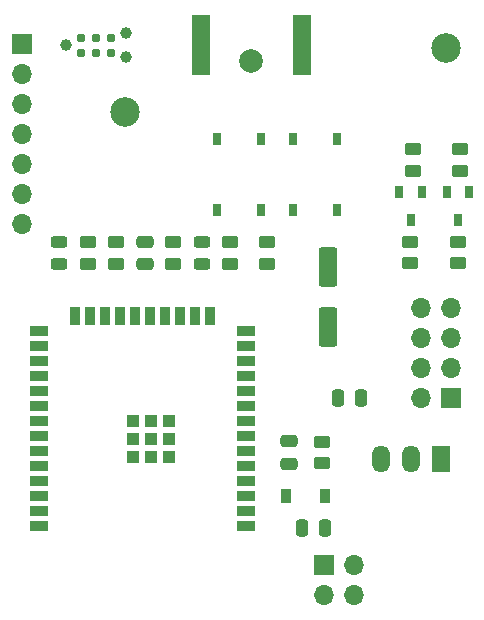
<source format=gts>
G04 #@! TF.GenerationSoftware,KiCad,Pcbnew,(6.0.1-0)*
G04 #@! TF.CreationDate,2022-04-29T09:19:27+02:00*
G04 #@! TF.ProjectId,ithowifi_4l,6974686f-7769-4666-995f-346c2e6b6963,rev?*
G04 #@! TF.SameCoordinates,Original*
G04 #@! TF.FileFunction,Soldermask,Top*
G04 #@! TF.FilePolarity,Negative*
%FSLAX46Y46*%
G04 Gerber Fmt 4.6, Leading zero omitted, Abs format (unit mm)*
G04 Created by KiCad (PCBNEW (6.0.1-0)) date 2022-04-29 09:19:27*
%MOMM*%
%LPD*%
G01*
G04 APERTURE LIST*
G04 Aperture macros list*
%AMRoundRect*
0 Rectangle with rounded corners*
0 $1 Rounding radius*
0 $2 $3 $4 $5 $6 $7 $8 $9 X,Y pos of 4 corners*
0 Add a 4 corners polygon primitive as box body*
4,1,4,$2,$3,$4,$5,$6,$7,$8,$9,$2,$3,0*
0 Add four circle primitives for the rounded corners*
1,1,$1+$1,$2,$3*
1,1,$1+$1,$4,$5*
1,1,$1+$1,$6,$7*
1,1,$1+$1,$8,$9*
0 Add four rect primitives between the rounded corners*
20,1,$1+$1,$2,$3,$4,$5,0*
20,1,$1+$1,$4,$5,$6,$7,0*
20,1,$1+$1,$6,$7,$8,$9,0*
20,1,$1+$1,$8,$9,$2,$3,0*%
G04 Aperture macros list end*
%ADD10R,1.500000X2.300000*%
%ADD11O,1.500000X2.300000*%
%ADD12R,0.700000X1.000000*%
%ADD13RoundRect,0.250000X-0.450000X0.262500X-0.450000X-0.262500X0.450000X-0.262500X0.450000X0.262500X0*%
%ADD14R,1.700000X1.700000*%
%ADD15O,1.700000X1.700000*%
%ADD16R,1.500000X0.900000*%
%ADD17R,0.900000X1.500000*%
%ADD18R,1.050000X1.050000*%
%ADD19C,2.500000*%
%ADD20RoundRect,0.243750X0.456250X-0.243750X0.456250X0.243750X-0.456250X0.243750X-0.456250X-0.243750X0*%
%ADD21C,0.990600*%
%ADD22C,0.787400*%
%ADD23R,0.750000X1.000000*%
%ADD24RoundRect,0.250000X0.250000X0.475000X-0.250000X0.475000X-0.250000X-0.475000X0.250000X-0.475000X0*%
%ADD25RoundRect,0.250000X0.450000X-0.262500X0.450000X0.262500X-0.450000X0.262500X-0.450000X-0.262500X0*%
%ADD26RoundRect,0.250000X0.475000X-0.250000X0.475000X0.250000X-0.475000X0.250000X-0.475000X-0.250000X0*%
%ADD27RoundRect,0.250000X0.550000X-1.412500X0.550000X1.412500X-0.550000X1.412500X-0.550000X-1.412500X0*%
%ADD28RoundRect,0.250000X-0.250000X-0.475000X0.250000X-0.475000X0.250000X0.475000X-0.250000X0.475000X0*%
%ADD29R,0.900000X1.200000*%
%ADD30C,2.000000*%
%ADD31R,1.500000X5.080000*%
G04 APERTURE END LIST*
D10*
X121259600Y-142951200D03*
D11*
X118719600Y-142951200D03*
X116179600Y-142951200D03*
D12*
X119608600Y-120339000D03*
X117708600Y-120339000D03*
X118658600Y-122739000D03*
D13*
X118872000Y-116711900D03*
X118872000Y-118536900D03*
D14*
X85725000Y-107797600D03*
D15*
X85725000Y-110337600D03*
X85725000Y-112877600D03*
X85725000Y-115417600D03*
X85725000Y-117957600D03*
X85725000Y-120497600D03*
X85725000Y-123037600D03*
D16*
X104727600Y-148613600D03*
X104727600Y-147343600D03*
X104727600Y-146073600D03*
X104727600Y-144803600D03*
X104727600Y-143533600D03*
X104727600Y-142263600D03*
X104727600Y-140993600D03*
X104727600Y-139723600D03*
X104727600Y-138453600D03*
X104727600Y-137183600D03*
X104727600Y-135913600D03*
X104727600Y-134643600D03*
X104727600Y-133373600D03*
X104727600Y-132103600D03*
D17*
X101697600Y-130853600D03*
X100427600Y-130853600D03*
X99157600Y-130853600D03*
X97887600Y-130853600D03*
X96617600Y-130853600D03*
X95347600Y-130853600D03*
X94077600Y-130853600D03*
X92807600Y-130853600D03*
X91537600Y-130853600D03*
X90267600Y-130853600D03*
D16*
X87227600Y-132103600D03*
X87227600Y-133373600D03*
X87227600Y-134643600D03*
X87227600Y-135913600D03*
X87227600Y-137183600D03*
X87227600Y-138453600D03*
X87227600Y-139723600D03*
X87227600Y-140993600D03*
X87227600Y-142263600D03*
X87227600Y-143533600D03*
X87227600Y-144803600D03*
X87227600Y-146073600D03*
X87227600Y-147343600D03*
X87227600Y-148613600D03*
D18*
X95132600Y-139748600D03*
X98182600Y-142798600D03*
X95132600Y-142798600D03*
X96657600Y-139748600D03*
X96657600Y-141273600D03*
X98182600Y-139748600D03*
X96657600Y-142798600D03*
X95132600Y-141273600D03*
X98182600Y-141273600D03*
D13*
X91313000Y-124588900D03*
X91313000Y-126413900D03*
X106536000Y-124597500D03*
X106536000Y-126422500D03*
X118618000Y-124548500D03*
X118618000Y-126373500D03*
D19*
X94488000Y-113538000D03*
D20*
X88900000Y-126438900D03*
X88900000Y-124563900D03*
D14*
X111292000Y-151928000D03*
D15*
X113832000Y-151928000D03*
X111292000Y-154468000D03*
X113832000Y-154468000D03*
D21*
X94576000Y-106885400D03*
X89496000Y-107901400D03*
X94576000Y-108917400D03*
D22*
X90766000Y-108536400D03*
X90766000Y-107266400D03*
X92036000Y-108536400D03*
X92036000Y-107266400D03*
X93306000Y-108536400D03*
X93306000Y-107266400D03*
D23*
X108665400Y-121872000D03*
X108665400Y-115872000D03*
X112415400Y-121872000D03*
X112415400Y-115872000D03*
D24*
X114432000Y-137768000D03*
X112532000Y-137768000D03*
D12*
X123606600Y-120339000D03*
X121706600Y-120339000D03*
X122656600Y-122739000D03*
D25*
X122859800Y-118536900D03*
X122859800Y-116711900D03*
D13*
X122682000Y-124548500D03*
X122682000Y-126373500D03*
D26*
X96139000Y-126451400D03*
X96139000Y-124551400D03*
D25*
X98552000Y-126428000D03*
X98552000Y-124603000D03*
D27*
X111632000Y-131768000D03*
X111632000Y-126693000D03*
D28*
X109486900Y-148751000D03*
X111386900Y-148751000D03*
D26*
X108377500Y-143351000D03*
X108377500Y-141451000D03*
D29*
X111425500Y-146084000D03*
X108125500Y-146084000D03*
D25*
X111171500Y-143290000D03*
X111171500Y-141465000D03*
D30*
X105182180Y-109251460D03*
D25*
X93726000Y-126413900D03*
X93726000Y-124588900D03*
X103378000Y-126428000D03*
X103378000Y-124603000D03*
D20*
X100965000Y-126453000D03*
X100965000Y-124578000D03*
D23*
X106015000Y-121872000D03*
X106015000Y-115872000D03*
X102265000Y-121872000D03*
X102265000Y-115872000D03*
D19*
X121630000Y-108120000D03*
D14*
X122047000Y-137795000D03*
D15*
X119507000Y-137795000D03*
X122047000Y-135255000D03*
X119507000Y-135255000D03*
X122047000Y-132715000D03*
X119507000Y-132715000D03*
X122047000Y-130175000D03*
X119507000Y-130175000D03*
D31*
X100931400Y-107848400D03*
X109431400Y-107848400D03*
M02*

</source>
